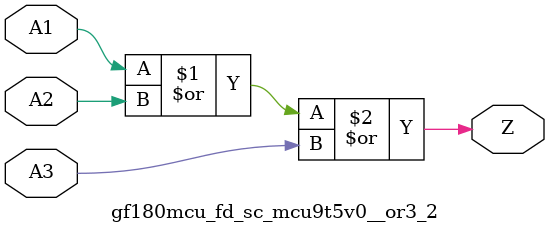
<source format=v>

module gf180mcu_fd_sc_mcu9t5v0__or3_2( A1, A2, A3, Z );
input A1, A2, A3;
output Z;

	or MGM_BG_0( Z, A1, A2, A3 );

endmodule

</source>
